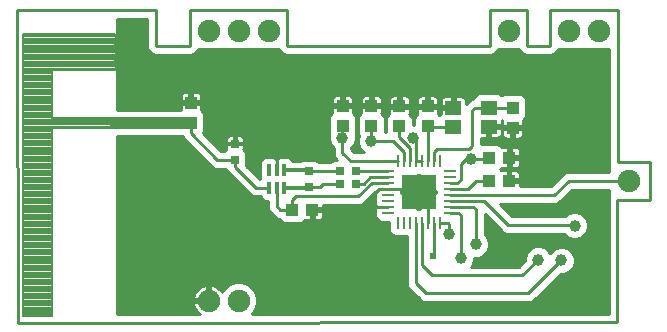
<source format=gtl>
G75*
G70*
%OFA0B0*%
%FSLAX24Y24*%
%IPPOS*%
%LPD*%
%AMOC8*
5,1,8,0,0,1.08239X$1,22.5*
%
%ADD10C,0.0100*%
%ADD11R,0.0394X0.0098*%
%ADD12R,0.0098X0.0394*%
%ADD13R,0.1181X0.1181*%
%ADD14R,0.0394X0.0433*%
%ADD15R,0.0433X0.0394*%
%ADD16R,0.0295X0.0276*%
%ADD17R,0.0276X0.0295*%
%ADD18R,0.0118X0.0394*%
%ADD19R,0.0236X0.0236*%
%ADD20C,0.0748*%
%ADD21R,0.0551X0.0453*%
%ADD22C,0.0098*%
%ADD23C,0.0394*%
%ADD24C,0.0118*%
%ADD25C,0.0079*%
%ADD26C,0.0394*%
D10*
X000160Y000159D02*
X000155Y010589D01*
X004780Y010589D01*
X004780Y009389D01*
X005905Y009389D01*
X005905Y010589D01*
X009155Y010585D01*
X009155Y009389D01*
X015905Y009389D01*
X015905Y010589D01*
X017155Y010589D01*
X017155Y009389D01*
X017905Y009389D01*
X017905Y010589D01*
X020166Y010589D01*
X020166Y005517D01*
X021229Y005517D01*
X021229Y004257D01*
X020156Y004257D01*
X020156Y000164D01*
X000160Y000159D01*
X014561Y004414D02*
X018055Y004414D01*
X018530Y004889D01*
X020530Y004889D01*
D11*
X014561Y004807D03*
X014561Y004611D03*
X014561Y004414D03*
X014561Y004217D03*
X014561Y004020D03*
X014561Y003823D03*
X014561Y005004D03*
X014561Y005201D03*
X012514Y005201D03*
X012514Y005004D03*
X012514Y004807D03*
X012514Y004611D03*
X012514Y004414D03*
X012514Y004217D03*
X012514Y004020D03*
X012514Y003823D03*
D12*
X012848Y003489D03*
X013045Y003489D03*
X013242Y003489D03*
X013439Y003489D03*
X013636Y003489D03*
X013832Y003489D03*
X014029Y003489D03*
X014226Y003489D03*
X014226Y005536D03*
X014029Y005536D03*
X013832Y005536D03*
X013636Y005536D03*
X013439Y005536D03*
X013242Y005536D03*
X013045Y005536D03*
X012848Y005536D03*
D13*
X013537Y004512D03*
D14*
X013832Y006698D03*
X013832Y007367D03*
X012883Y007371D03*
X012883Y006702D03*
X011950Y006714D03*
X011950Y007383D03*
X010993Y007387D03*
X010993Y006718D03*
X005941Y006811D03*
X005941Y007481D03*
X016661Y007321D03*
X016661Y006652D03*
D15*
X016551Y005661D03*
X015882Y005661D03*
X015873Y004895D03*
X016542Y004895D03*
X009992Y003920D03*
X009323Y003920D03*
D16*
X010916Y004780D03*
X010915Y005202D03*
X011446Y005202D03*
X011448Y004780D03*
D17*
X009868Y004668D03*
X009868Y005199D03*
X007406Y005590D03*
X007406Y006121D03*
D18*
X008545Y005229D03*
X008801Y005229D03*
X009057Y005229D03*
X009057Y004658D03*
X008801Y004658D03*
X008545Y004658D03*
D19*
X014025Y002366D03*
D20*
X007530Y000889D03*
X006530Y000889D03*
X006530Y009889D03*
X007530Y009889D03*
X008530Y009889D03*
X016530Y009889D03*
X018530Y009889D03*
X019530Y009889D03*
X020530Y004889D03*
D21*
X015871Y006694D03*
X015871Y007324D03*
X014690Y007324D03*
X014690Y006694D03*
D22*
X013835Y006694D01*
X013832Y006698D01*
X013832Y006697D01*
X013832Y005536D01*
X013636Y005536D02*
X013439Y005536D01*
X013439Y006221D01*
X013351Y006308D01*
X013242Y005981D02*
X012887Y006336D01*
X012887Y006698D01*
X012883Y006702D01*
X012879Y006698D01*
X012440Y006677D02*
X012393Y006677D01*
X012393Y006774D02*
X012440Y006774D01*
X012440Y006871D02*
X012393Y006871D01*
X012393Y006968D02*
X012440Y006968D01*
X012440Y006967D02*
X012440Y006505D01*
X012393Y006505D01*
X012393Y006979D01*
X012355Y007069D01*
X012292Y007133D01*
X012296Y007147D01*
X012296Y007334D01*
X011999Y007334D01*
X011999Y007432D01*
X012296Y007432D01*
X012296Y007619D01*
X012286Y007657D01*
X012266Y007691D01*
X012238Y007719D01*
X012204Y007738D01*
X012166Y007749D01*
X011999Y007749D01*
X011999Y007432D01*
X011900Y007432D01*
X011900Y007334D01*
X011604Y007334D01*
X011604Y007147D01*
X011607Y007133D01*
X011544Y007069D01*
X011507Y006979D01*
X011507Y006448D01*
X011538Y006373D01*
X011507Y006298D01*
X011507Y006122D01*
X011574Y005959D01*
X011699Y005835D01*
X011707Y005831D01*
X011384Y005831D01*
X011284Y005931D01*
X011284Y005993D01*
X011364Y006073D01*
X011432Y006236D01*
X011432Y006412D01*
X011426Y006427D01*
X011436Y006452D01*
X011436Y006983D01*
X011398Y007073D01*
X011335Y007137D01*
X011339Y007151D01*
X011339Y007338D01*
X011042Y007338D01*
X011042Y007436D01*
X010944Y007436D01*
X010944Y007753D01*
X010776Y007753D01*
X010739Y007742D01*
X010704Y007723D01*
X010677Y007695D01*
X010657Y007661D01*
X010647Y007623D01*
X010647Y007436D01*
X010944Y007436D01*
X010944Y007338D01*
X010647Y007338D01*
X010647Y007151D01*
X010651Y007137D01*
X010587Y007073D01*
X010550Y006983D01*
X010550Y006452D01*
X010556Y006437D01*
X010546Y006412D01*
X010546Y006236D01*
X010613Y006073D01*
X010694Y005993D01*
X010694Y005750D01*
X010739Y005641D01*
X010794Y005586D01*
X010718Y005586D01*
X010628Y005549D01*
X010577Y005497D01*
X010203Y005497D01*
X010145Y005555D01*
X010055Y005593D01*
X009681Y005593D01*
X009591Y005555D01*
X009569Y005534D01*
X009337Y005534D01*
X009324Y005565D01*
X009255Y005634D01*
X009165Y005672D01*
X008949Y005672D01*
X008858Y005634D01*
X008801Y005577D01*
X008743Y005634D01*
X008653Y005672D01*
X008437Y005672D01*
X008347Y005634D01*
X008277Y005565D01*
X008240Y005474D01*
X008240Y004983D01*
X008252Y004953D01*
X008231Y004953D01*
X007790Y005394D01*
X007790Y005787D01*
X007753Y005877D01*
X007689Y005940D01*
X007693Y005954D01*
X007693Y006102D01*
X007426Y006102D01*
X007426Y006141D01*
X007693Y006141D01*
X007693Y006289D01*
X010546Y006289D01*
X010546Y006386D02*
X007638Y006386D01*
X007636Y006388D02*
X007602Y006408D01*
X007564Y006418D01*
X007426Y006418D01*
X007426Y006141D01*
X007386Y006141D01*
X007386Y006102D01*
X007119Y006102D01*
X007119Y005954D01*
X007123Y005940D01*
X007068Y005885D01*
X006936Y005885D01*
X006352Y006469D01*
X006383Y006546D01*
X006383Y007077D01*
X006346Y007167D01*
X006283Y007230D01*
X006287Y007244D01*
X006287Y007431D01*
X005990Y007431D01*
X005990Y007530D01*
X005891Y007530D01*
X005891Y007431D01*
X005595Y007431D01*
X005595Y007253D01*
X004295Y007253D01*
X004290Y007255D01*
X003500Y007255D01*
X003490Y007255D01*
X003490Y010269D01*
X004480Y010269D01*
X004480Y009279D01*
X004505Y009279D01*
X004529Y009221D01*
X004613Y009138D01*
X004721Y009093D01*
X005846Y009093D01*
X005964Y009093D01*
X006073Y009138D01*
X006156Y009221D01*
X006180Y009279D01*
X006383Y009279D01*
X006407Y009269D01*
X006654Y009269D01*
X006678Y009279D01*
X007383Y009279D01*
X007407Y009269D01*
X007654Y009269D01*
X007678Y009279D01*
X008383Y009279D01*
X008407Y009269D01*
X008654Y009269D01*
X008678Y009279D01*
X008880Y009279D01*
X008904Y009221D01*
X008988Y009138D01*
X009096Y009093D01*
X009214Y009093D01*
X015964Y009093D01*
X016073Y009138D01*
X016156Y009221D01*
X016180Y009279D01*
X016383Y009279D01*
X016407Y009269D01*
X016654Y009269D01*
X016678Y009279D01*
X016880Y009279D01*
X016904Y009221D01*
X016988Y009138D01*
X017096Y009093D01*
X017214Y009093D01*
X017964Y009093D01*
X018073Y009138D01*
X018156Y009221D01*
X018180Y009279D01*
X018383Y009279D01*
X018407Y009269D01*
X018654Y009269D01*
X018678Y009279D01*
X019383Y009279D01*
X019407Y009269D01*
X019654Y009269D01*
X019678Y009279D01*
X019870Y009279D01*
X019870Y005458D01*
X019870Y005458D01*
X019870Y005185D01*
X018471Y005185D01*
X018363Y005140D01*
X018279Y005057D01*
X017932Y004710D01*
X016908Y004710D01*
X016908Y004846D01*
X016591Y004846D01*
X016591Y004944D01*
X016493Y004944D01*
X016493Y005241D01*
X016306Y005241D01*
X016292Y005237D01*
X016255Y005274D01*
X016301Y005319D01*
X016315Y005315D01*
X016502Y005315D01*
X016502Y005612D01*
X016600Y005612D01*
X016600Y005315D01*
X016787Y005315D01*
X016825Y005326D01*
X016859Y005345D01*
X016887Y005373D01*
X016907Y005407D01*
X016917Y005445D01*
X016917Y005612D01*
X016601Y005612D01*
X016601Y005711D01*
X016917Y005711D01*
X016917Y005878D01*
X016907Y005916D01*
X016887Y005950D01*
X016859Y005978D01*
X016825Y005997D01*
X016787Y006007D01*
X016600Y006007D01*
X016600Y005711D01*
X016502Y005711D01*
X016502Y006007D01*
X016315Y006007D01*
X016301Y006004D01*
X016238Y006067D01*
X016147Y006104D01*
X015616Y006104D01*
X015605Y006100D01*
X015605Y006118D01*
X015605Y006319D01*
X015822Y006319D01*
X015822Y006645D01*
X015920Y006645D01*
X015920Y006743D01*
X016296Y006743D01*
X016296Y006899D01*
X016308Y006912D01*
X016318Y006902D01*
X016314Y006888D01*
X016314Y006701D01*
X016611Y006701D01*
X016611Y006603D01*
X016314Y006603D01*
X016314Y006416D01*
X016325Y006378D01*
X016344Y006344D01*
X016372Y006316D01*
X016406Y006296D01*
X016444Y006286D01*
X016611Y006286D01*
X016611Y006602D01*
X016710Y006602D01*
X016710Y006286D01*
X016877Y006286D01*
X016915Y006296D01*
X016949Y006316D01*
X016977Y006344D01*
X016996Y006378D01*
X017007Y006416D01*
X017007Y006603D01*
X016710Y006603D01*
X016710Y006701D01*
X017007Y006701D01*
X017007Y006888D01*
X017003Y006902D01*
X017066Y006965D01*
X017103Y007056D01*
X017103Y007587D01*
X017066Y007677D01*
X016997Y007746D01*
X016906Y007784D01*
X016415Y007784D01*
X016324Y007746D01*
X016311Y007733D01*
X016286Y007759D01*
X016195Y007796D01*
X015546Y007796D01*
X015456Y007759D01*
X015387Y007690D01*
X015357Y007619D01*
X015336Y007619D01*
X015228Y007574D01*
X015145Y007491D01*
X015143Y007489D01*
X015114Y007461D01*
X015114Y007570D01*
X015104Y007608D01*
X015085Y007642D01*
X015057Y007670D01*
X015023Y007689D01*
X014985Y007700D01*
X014739Y007700D01*
X014739Y007373D01*
X014641Y007373D01*
X014641Y007700D01*
X014394Y007700D01*
X014356Y007689D01*
X014322Y007670D01*
X014295Y007642D01*
X014275Y007608D01*
X014265Y007570D01*
X014265Y007373D01*
X014640Y007373D01*
X014640Y007275D01*
X014265Y007275D01*
X014265Y007119D01*
X014218Y007073D01*
X014174Y007117D01*
X014178Y007131D01*
X014178Y007318D01*
X013881Y007318D01*
X013881Y007416D01*
X014178Y007416D01*
X014178Y007603D01*
X014167Y007641D01*
X014148Y007675D01*
X014120Y007703D01*
X014086Y007723D01*
X014048Y007733D01*
X013881Y007733D01*
X013881Y007416D01*
X013782Y007416D01*
X013782Y007318D01*
X013485Y007318D01*
X013485Y007131D01*
X013489Y007117D01*
X013426Y007054D01*
X013389Y006963D01*
X013389Y006751D01*
X013326Y006751D01*
X013326Y006967D01*
X013288Y007058D01*
X013225Y007121D01*
X013229Y007135D01*
X013229Y007322D01*
X012932Y007322D01*
X012932Y007420D01*
X013229Y007420D01*
X013229Y007607D01*
X013219Y007645D01*
X013199Y007679D01*
X013171Y007707D01*
X013137Y007727D01*
X013099Y007737D01*
X012932Y007737D01*
X012932Y007420D01*
X012834Y007420D01*
X012834Y007737D01*
X012666Y007737D01*
X012628Y007727D01*
X012594Y007707D01*
X012566Y007679D01*
X012547Y007645D01*
X012537Y007607D01*
X012537Y007420D01*
X012833Y007420D01*
X012833Y007322D01*
X012537Y007322D01*
X012537Y007135D01*
X012540Y007121D01*
X012477Y007058D01*
X012440Y006967D01*
X012484Y007065D02*
X012357Y007065D01*
X012296Y007162D02*
X012537Y007162D01*
X012537Y007259D02*
X012296Y007259D01*
X012296Y007453D02*
X012537Y007453D01*
X012537Y007550D02*
X012296Y007550D01*
X012288Y007647D02*
X012548Y007647D01*
X012834Y007647D02*
X012932Y007647D01*
X012932Y007550D02*
X012834Y007550D01*
X012834Y007453D02*
X012932Y007453D01*
X012932Y007356D02*
X013782Y007356D01*
X013782Y007416D02*
X013485Y007416D01*
X013485Y007603D01*
X013496Y007641D01*
X013515Y007675D01*
X013543Y007703D01*
X013577Y007723D01*
X013615Y007733D01*
X013782Y007733D01*
X013782Y007416D01*
X013782Y007453D02*
X013881Y007453D01*
X013881Y007550D02*
X013782Y007550D01*
X013782Y007647D02*
X013881Y007647D01*
X014164Y007647D02*
X014299Y007647D01*
X014265Y007550D02*
X014178Y007550D01*
X014178Y007453D02*
X014265Y007453D01*
X014265Y007259D02*
X014178Y007259D01*
X014178Y007162D02*
X014265Y007162D01*
X014640Y007356D02*
X013881Y007356D01*
X013485Y007453D02*
X013229Y007453D01*
X013229Y007550D02*
X013485Y007550D01*
X013499Y007647D02*
X013218Y007647D01*
X013229Y007259D02*
X013485Y007259D01*
X013485Y007162D02*
X013229Y007162D01*
X013281Y007065D02*
X013437Y007065D01*
X013391Y006968D02*
X013325Y006968D01*
X013326Y006871D02*
X013389Y006871D01*
X013389Y006774D02*
X013326Y006774D01*
X012833Y007356D02*
X011999Y007356D01*
X011999Y007453D02*
X011900Y007453D01*
X011900Y007432D02*
X011900Y007749D01*
X011733Y007749D01*
X011695Y007738D01*
X011661Y007719D01*
X011633Y007691D01*
X011614Y007657D01*
X011604Y007619D01*
X011604Y007432D01*
X011900Y007432D01*
X011900Y007356D02*
X011042Y007356D01*
X010997Y007383D02*
X010993Y007387D01*
X010944Y007356D02*
X006287Y007356D01*
X006287Y007259D02*
X010647Y007259D01*
X010647Y007162D02*
X006348Y007162D01*
X006383Y007065D02*
X010584Y007065D01*
X010550Y006968D02*
X006383Y006968D01*
X006383Y006871D02*
X010550Y006871D01*
X010550Y006774D02*
X006383Y006774D01*
X006383Y006677D02*
X010550Y006677D01*
X010550Y006580D02*
X006383Y006580D01*
X006357Y006483D02*
X010550Y006483D01*
X010564Y006192D02*
X007693Y006192D01*
X007693Y006289D02*
X007683Y006326D01*
X007663Y006361D01*
X007636Y006388D01*
X007426Y006386D02*
X007386Y006386D01*
X007386Y006418D02*
X007249Y006418D01*
X007211Y006408D01*
X007177Y006388D01*
X007149Y006361D01*
X007129Y006326D01*
X007119Y006289D01*
X006532Y006289D01*
X006435Y006386D02*
X007174Y006386D01*
X007119Y006289D02*
X007119Y006141D01*
X007386Y006141D01*
X007386Y006418D01*
X007386Y006289D02*
X007426Y006289D01*
X007426Y006192D02*
X007386Y006192D01*
X007412Y006127D02*
X007406Y006121D01*
X007412Y006127D02*
X008638Y006127D01*
X008801Y005964D01*
X008801Y005229D01*
X008767Y005610D02*
X008835Y005610D01*
X009279Y005610D02*
X010769Y005610D01*
X010711Y005707D02*
X007790Y005707D01*
X007790Y005610D02*
X008323Y005610D01*
X008256Y005513D02*
X007790Y005513D01*
X007790Y005416D02*
X008240Y005416D01*
X008240Y005319D02*
X007864Y005319D01*
X007961Y005222D02*
X008240Y005222D01*
X008240Y005125D02*
X008058Y005125D01*
X008155Y005028D02*
X008240Y005028D01*
X008108Y004658D02*
X007409Y005357D01*
X007409Y005587D01*
X007406Y005590D01*
X006814Y005590D01*
X005938Y006466D01*
X005938Y006808D01*
X005941Y006811D01*
X005940Y006810D01*
X005661Y006363D02*
X005687Y006299D01*
X006646Y005340D01*
X006755Y005295D01*
X006872Y005295D01*
X007068Y005295D01*
X007129Y005234D01*
X007143Y005228D01*
X007159Y005190D01*
X007242Y005107D01*
X007941Y004408D01*
X008049Y004363D01*
X008167Y004363D01*
X008260Y004363D01*
X008277Y004322D01*
X008347Y004252D01*
X008437Y004215D01*
X008506Y004215D01*
X008506Y004103D01*
X008502Y004094D01*
X008502Y003976D01*
X008547Y003868D01*
X008630Y003785D01*
X008665Y003750D01*
X008748Y003667D01*
X008856Y003622D01*
X008882Y003622D01*
X008898Y003584D01*
X008967Y003515D01*
X009057Y003477D01*
X009588Y003477D01*
X009679Y003515D01*
X009742Y003578D01*
X009756Y003574D01*
X009943Y003574D01*
X009943Y003871D01*
X010041Y003871D01*
X010041Y003574D01*
X010228Y003574D01*
X010266Y003584D01*
X010300Y003604D01*
X010328Y003632D01*
X010348Y003666D01*
X010358Y003704D01*
X010358Y003871D01*
X010042Y003871D01*
X010042Y003969D01*
X010358Y003969D01*
X010358Y004072D01*
X011583Y004072D01*
X011692Y004117D01*
X011775Y004200D01*
X012071Y004496D01*
X012071Y004316D01*
X012071Y004315D01*
X012071Y004315D01*
X012071Y004119D01*
X012108Y004028D01*
X012116Y004020D01*
X012108Y004012D01*
X012071Y003921D01*
X012071Y003725D01*
X012108Y003635D01*
X012177Y003565D01*
X012268Y003528D01*
X012553Y003528D01*
X012553Y003243D01*
X012590Y003152D01*
X012660Y003083D01*
X012750Y003046D01*
X012946Y003046D01*
X012947Y003046D01*
X013143Y003046D01*
X013143Y003046D01*
X013143Y001539D01*
X013143Y001422D01*
X013188Y001313D01*
X013530Y000972D01*
X013613Y000889D01*
X013721Y000844D01*
X017131Y000844D01*
X017248Y000844D01*
X017357Y000889D01*
X018259Y001791D01*
X018372Y001791D01*
X018535Y001858D01*
X018660Y001983D01*
X018727Y002145D01*
X018727Y002322D01*
X018660Y002484D01*
X018535Y002609D01*
X018372Y002676D01*
X018196Y002676D01*
X018033Y002609D01*
X017909Y002484D01*
X017904Y002473D01*
X017888Y002512D01*
X017763Y002637D01*
X017601Y002704D01*
X017424Y002704D01*
X017262Y002637D01*
X017137Y002512D01*
X017070Y002349D01*
X017070Y002236D01*
X016859Y002025D01*
X015288Y002025D01*
X015317Y002054D01*
X015385Y002216D01*
X017050Y002216D01*
X017070Y002313D02*
X015385Y002313D01*
X015385Y002322D02*
X015526Y002322D01*
X015689Y002390D01*
X015813Y002514D01*
X015881Y002677D01*
X015881Y002853D01*
X015813Y003016D01*
X015733Y003096D01*
X015733Y003777D01*
X016270Y003240D01*
X016353Y003157D01*
X016461Y003112D01*
X018378Y003112D01*
X018476Y003014D01*
X018639Y002946D01*
X018815Y002946D01*
X018978Y003014D01*
X019103Y003138D01*
X019170Y003301D01*
X019170Y003477D01*
X019860Y003477D01*
X019860Y003574D02*
X019130Y003574D01*
X019103Y003640D02*
X019170Y003477D01*
X019170Y003380D02*
X019860Y003380D01*
X019860Y003283D02*
X019163Y003283D01*
X019122Y003186D02*
X019860Y003186D01*
X019860Y003089D02*
X019054Y003089D01*
X018926Y002992D02*
X019860Y002992D01*
X019860Y002895D02*
X015863Y002895D01*
X015881Y002798D02*
X019860Y002798D01*
X019860Y002701D02*
X017607Y002701D01*
X017418Y002701D02*
X015881Y002701D01*
X015850Y002604D02*
X017229Y002604D01*
X017135Y002507D02*
X015806Y002507D01*
X015709Y002410D02*
X017095Y002410D01*
X016953Y002119D02*
X015344Y002119D01*
X015385Y002216D02*
X015385Y002322D01*
X015438Y002765D02*
X015438Y003930D01*
X015348Y004020D01*
X014561Y004020D01*
X014561Y003823D02*
X014852Y003823D01*
X014934Y003741D01*
X014934Y002312D01*
X014942Y002304D01*
X014552Y003100D02*
X014552Y003430D01*
X014494Y003489D01*
X014226Y003489D01*
X014029Y003489D02*
X014029Y002370D01*
X014025Y002366D01*
X013636Y002079D02*
X013985Y001730D01*
X016981Y001730D01*
X017513Y002261D01*
X017796Y002604D02*
X018028Y002604D01*
X017931Y002507D02*
X017890Y002507D01*
X018284Y002234D02*
X017190Y001139D01*
X013780Y001139D01*
X013439Y001481D01*
X013439Y003489D01*
X013636Y003489D02*
X013636Y002079D01*
X013143Y002119D02*
X003490Y002119D01*
X003490Y002022D02*
X013143Y002022D01*
X013143Y001925D02*
X003490Y001925D01*
X003490Y001829D02*
X013143Y001829D01*
X013143Y001732D02*
X003490Y001732D01*
X003490Y001635D02*
X013143Y001635D01*
X013143Y001538D02*
X003490Y001538D01*
X003490Y001441D02*
X007241Y001441D01*
X007179Y001415D02*
X007005Y001240D01*
X006974Y001168D01*
X006929Y001230D01*
X006871Y001288D01*
X006804Y001337D01*
X006731Y001374D01*
X006653Y001399D01*
X006579Y001411D01*
X006579Y000939D01*
X006481Y000939D01*
X006481Y001411D01*
X006408Y001399D01*
X006329Y001374D01*
X006256Y001337D01*
X006189Y001288D01*
X006131Y001230D01*
X006083Y001163D01*
X006045Y001090D01*
X006020Y001012D01*
X006008Y000938D01*
X006481Y000938D01*
X006481Y000840D01*
X006008Y000840D01*
X006020Y000767D01*
X006045Y000688D01*
X006083Y000615D01*
X006131Y000548D01*
X006189Y000490D01*
X006235Y000457D01*
X003490Y000456D01*
X003490Y006367D01*
X003498Y006367D01*
X005650Y006367D01*
X005661Y006363D01*
X005697Y006289D02*
X003490Y006289D01*
X003490Y006192D02*
X005794Y006192D01*
X005891Y006095D02*
X003490Y006095D01*
X003490Y005998D02*
X005988Y005998D01*
X006085Y005901D02*
X003490Y005901D01*
X003490Y005804D02*
X006182Y005804D01*
X006279Y005707D02*
X003490Y005707D01*
X003490Y005610D02*
X006376Y005610D01*
X006473Y005513D02*
X003490Y005513D01*
X003490Y005416D02*
X006570Y005416D01*
X006695Y005319D02*
X003490Y005319D01*
X003490Y005222D02*
X007145Y005222D01*
X007223Y005125D02*
X003490Y005125D01*
X003490Y005028D02*
X007320Y005028D01*
X007417Y004931D02*
X003490Y004931D01*
X003490Y004835D02*
X007514Y004835D01*
X007611Y004738D02*
X003490Y004738D01*
X003490Y004641D02*
X007708Y004641D01*
X007805Y004544D02*
X003490Y004544D01*
X003490Y004447D02*
X007902Y004447D01*
X008108Y004658D02*
X008545Y004658D01*
X008801Y004658D02*
X008801Y004039D01*
X008797Y004035D01*
X008915Y003917D01*
X009320Y003917D01*
X009323Y003920D01*
X009320Y003923D01*
X009320Y004245D01*
X009442Y004367D01*
X011524Y004367D01*
X011964Y004807D01*
X012514Y004807D01*
X012514Y004611D02*
X012212Y004611D01*
X012056Y004454D01*
X012056Y004112D01*
X012146Y004021D01*
X012513Y004021D01*
X012514Y004020D01*
X012095Y004059D02*
X010358Y004059D01*
X010358Y003865D02*
X012071Y003865D01*
X012071Y003768D02*
X010358Y003768D01*
X010349Y003671D02*
X012093Y003671D01*
X012169Y003574D02*
X009738Y003574D01*
X009943Y003671D02*
X010041Y003671D01*
X010041Y003768D02*
X009943Y003768D01*
X009943Y003865D02*
X010041Y003865D01*
X010042Y003962D02*
X012087Y003962D01*
X012071Y004156D02*
X011730Y004156D01*
X011827Y004253D02*
X012071Y004253D01*
X012071Y004350D02*
X011924Y004350D01*
X012021Y004447D02*
X012071Y004447D01*
X011694Y004777D02*
X011451Y004777D01*
X011448Y004780D01*
X011694Y004777D02*
X011921Y005004D01*
X012514Y005004D01*
X012514Y005201D02*
X011447Y005201D01*
X011446Y005202D01*
X011262Y005536D02*
X010989Y005808D01*
X010989Y006324D01*
X010989Y006713D01*
X010993Y006718D01*
X011339Y007162D02*
X011604Y007162D01*
X011604Y007259D02*
X011339Y007259D01*
X011339Y007436D02*
X011339Y007623D01*
X011329Y007661D01*
X011309Y007695D01*
X011281Y007723D01*
X011247Y007742D01*
X011209Y007753D01*
X011042Y007753D01*
X011042Y007436D01*
X011339Y007436D01*
X011339Y007453D02*
X011604Y007453D01*
X011604Y007550D02*
X011339Y007550D01*
X011333Y007647D02*
X011611Y007647D01*
X011714Y007744D02*
X011243Y007744D01*
X011042Y007744D02*
X010944Y007744D01*
X010944Y007647D02*
X011042Y007647D01*
X011042Y007550D02*
X010944Y007550D01*
X010944Y007453D02*
X011042Y007453D01*
X010647Y007453D02*
X005990Y007453D01*
X005990Y007530D02*
X006287Y007530D01*
X006287Y007717D01*
X006276Y007755D01*
X006257Y007789D01*
X006229Y007816D01*
X006195Y007836D01*
X006157Y007846D01*
X005990Y007846D01*
X005990Y007530D01*
X005990Y007550D02*
X005891Y007550D01*
X005891Y007530D02*
X005891Y007846D01*
X005724Y007846D01*
X005686Y007836D01*
X005652Y007816D01*
X005624Y007789D01*
X005605Y007755D01*
X005595Y007717D01*
X005595Y007530D01*
X005891Y007530D01*
X005891Y007453D02*
X003490Y007453D01*
X003490Y007550D02*
X005595Y007550D01*
X005595Y007647D02*
X003490Y007647D01*
X003490Y007744D02*
X005602Y007744D01*
X005703Y007841D02*
X003490Y007841D01*
X003490Y007938D02*
X019870Y007938D01*
X019870Y008034D02*
X003490Y008034D01*
X003490Y008131D02*
X019870Y008131D01*
X019870Y008228D02*
X003490Y008228D01*
X003490Y008325D02*
X019870Y008325D01*
X019870Y008422D02*
X003490Y008422D01*
X003490Y008519D02*
X019870Y008519D01*
X019870Y008616D02*
X003490Y008616D01*
X003490Y008713D02*
X019870Y008713D01*
X019870Y008810D02*
X003490Y008810D01*
X003490Y008907D02*
X019870Y008907D01*
X019870Y009004D02*
X003490Y009004D01*
X003490Y009101D02*
X004702Y009101D01*
X004553Y009198D02*
X003490Y009198D01*
X003490Y009295D02*
X004480Y009295D01*
X004480Y009392D02*
X003490Y009392D01*
X003490Y009489D02*
X004480Y009489D01*
X004480Y009586D02*
X003490Y009586D01*
X003490Y009683D02*
X004480Y009683D01*
X004480Y009780D02*
X003490Y009780D01*
X003490Y009877D02*
X004480Y009877D01*
X004480Y009974D02*
X003490Y009974D01*
X003490Y010071D02*
X004480Y010071D01*
X004480Y010168D02*
X003490Y010168D01*
X003490Y010265D02*
X004480Y010265D01*
X005984Y009101D02*
X009077Y009101D01*
X008928Y009198D02*
X006133Y009198D01*
X006178Y007841D02*
X019870Y007841D01*
X019870Y007744D02*
X016999Y007744D01*
X017079Y007647D02*
X019870Y007647D01*
X019870Y007550D02*
X017103Y007550D01*
X017103Y007453D02*
X019870Y007453D01*
X019870Y007356D02*
X017103Y007356D01*
X017103Y007259D02*
X019870Y007259D01*
X019870Y007162D02*
X017103Y007162D01*
X017103Y007065D02*
X019870Y007065D01*
X019870Y006968D02*
X017067Y006968D01*
X017007Y006871D02*
X019870Y006871D01*
X019870Y006774D02*
X017007Y006774D01*
X017007Y006580D02*
X019870Y006580D01*
X019870Y006677D02*
X016710Y006677D01*
X016710Y006580D02*
X016611Y006580D01*
X016611Y006677D02*
X015920Y006677D01*
X015920Y006645D02*
X016296Y006645D01*
X016296Y006448D01*
X016285Y006410D01*
X016266Y006376D01*
X016238Y006348D01*
X016204Y006329D01*
X016166Y006319D01*
X015920Y006319D01*
X015920Y006645D01*
X015920Y006580D02*
X015822Y006580D01*
X015822Y006483D02*
X015920Y006483D01*
X015920Y006386D02*
X015822Y006386D01*
X015605Y006289D02*
X016433Y006289D01*
X016322Y006386D02*
X016271Y006386D01*
X016296Y006483D02*
X016314Y006483D01*
X016314Y006580D02*
X016296Y006580D01*
X016296Y006774D02*
X016314Y006774D01*
X016314Y006871D02*
X016296Y006871D01*
X016611Y006483D02*
X016710Y006483D01*
X016710Y006386D02*
X016611Y006386D01*
X016611Y006289D02*
X016710Y006289D01*
X016888Y006289D02*
X019870Y006289D01*
X019870Y006192D02*
X015605Y006192D01*
X015310Y006059D02*
X015200Y005949D01*
X014130Y005949D01*
X014029Y005848D01*
X014029Y005536D01*
X013586Y005093D02*
X013586Y004561D01*
X014118Y004561D01*
X014118Y004512D01*
X014118Y004512D01*
X014118Y004512D01*
X014118Y004463D01*
X013586Y004463D01*
X013586Y003931D01*
X013537Y003931D01*
X013537Y003931D01*
X013537Y003931D01*
X013488Y003931D01*
X013488Y004463D01*
X013586Y004463D01*
X013586Y004561D01*
X013488Y004561D01*
X013488Y004463D01*
X012956Y004463D01*
X012956Y004512D01*
X012936Y004561D01*
X013488Y004561D01*
X013488Y005093D01*
X013537Y005093D01*
X013537Y005093D01*
X013537Y005093D01*
X013586Y005093D01*
X013586Y005028D02*
X013488Y005028D01*
X013488Y004931D02*
X013586Y004931D01*
X013586Y004835D02*
X013488Y004835D01*
X013488Y004738D02*
X013586Y004738D01*
X013586Y004641D02*
X013488Y004641D01*
X013439Y004611D02*
X013537Y004512D01*
X013832Y004217D01*
X013832Y003489D01*
X013586Y003962D02*
X013488Y003962D01*
X013488Y004059D02*
X013586Y004059D01*
X013586Y004156D02*
X013488Y004156D01*
X013488Y004253D02*
X013586Y004253D01*
X013586Y004350D02*
X013488Y004350D01*
X013488Y004447D02*
X013586Y004447D01*
X013586Y004544D02*
X014118Y004544D01*
X014561Y004611D02*
X015169Y004611D01*
X015453Y004895D01*
X015873Y004895D01*
X015873Y004895D01*
X015710Y004217D02*
X016520Y003407D01*
X018709Y003407D01*
X018727Y003389D01*
X018414Y003702D02*
X016643Y003702D01*
X016227Y004118D01*
X017996Y004118D01*
X018114Y004118D01*
X018223Y004163D01*
X018653Y004593D01*
X019870Y004593D01*
X019870Y004340D01*
X019860Y004316D01*
X019860Y000460D01*
X007975Y000457D01*
X008056Y000538D01*
X008150Y000766D01*
X008150Y001012D01*
X008056Y001240D01*
X007881Y001415D01*
X007654Y001509D01*
X007407Y001509D01*
X007179Y001415D01*
X007108Y001344D02*
X006791Y001344D01*
X006913Y001247D02*
X007011Y001247D01*
X006579Y001247D02*
X006481Y001247D01*
X006481Y001344D02*
X006579Y001344D01*
X006579Y001150D02*
X006481Y001150D01*
X006481Y001053D02*
X006579Y001053D01*
X006579Y000956D02*
X006481Y000956D01*
X006481Y000859D02*
X003490Y000859D01*
X003490Y000956D02*
X006011Y000956D01*
X006033Y001053D02*
X003490Y001053D01*
X003490Y001150D02*
X006076Y001150D01*
X006148Y001247D02*
X003490Y001247D01*
X003490Y001344D02*
X006270Y001344D01*
X006021Y000762D02*
X003490Y000762D01*
X003490Y000665D02*
X006057Y000665D01*
X006117Y000568D02*
X003490Y000568D01*
X003490Y000471D02*
X006216Y000471D01*
X007819Y001441D02*
X013143Y001441D01*
X013176Y001344D02*
X007953Y001344D01*
X008050Y001247D02*
X013255Y001247D01*
X013352Y001150D02*
X008093Y001150D01*
X008134Y001053D02*
X013449Y001053D01*
X013546Y000956D02*
X008150Y000956D01*
X008150Y000859D02*
X013685Y000859D01*
X013143Y002216D02*
X003490Y002216D01*
X003490Y002313D02*
X013143Y002313D01*
X013143Y002410D02*
X003490Y002410D01*
X003490Y002507D02*
X013143Y002507D01*
X013143Y002604D02*
X003490Y002604D01*
X003490Y002701D02*
X013143Y002701D01*
X013143Y002798D02*
X003490Y002798D01*
X003490Y002895D02*
X013143Y002895D01*
X013143Y002992D02*
X003490Y002992D01*
X003490Y003089D02*
X012654Y003089D01*
X012576Y003186D02*
X003490Y003186D01*
X003490Y003283D02*
X012553Y003283D01*
X012553Y003380D02*
X003490Y003380D01*
X003490Y003477D02*
X012553Y003477D01*
X012947Y003046D02*
X012947Y003046D01*
X012943Y004544D02*
X013488Y004544D01*
X013146Y004612D02*
X013145Y004611D01*
X012514Y004611D01*
X012848Y005536D02*
X011262Y005536D01*
X010915Y005202D02*
X009871Y005202D01*
X009855Y005202D01*
X009828Y005229D01*
X009871Y005202D02*
X009868Y005199D01*
X010187Y005513D02*
X010593Y005513D01*
X010694Y005804D02*
X007783Y005804D01*
X007729Y005901D02*
X010694Y005901D01*
X010689Y005998D02*
X007693Y005998D01*
X007693Y006095D02*
X010604Y006095D01*
X011289Y005998D02*
X011558Y005998D01*
X011518Y006095D02*
X011373Y006095D01*
X011414Y006192D02*
X011507Y006192D01*
X011507Y006289D02*
X011432Y006289D01*
X011432Y006386D02*
X011532Y006386D01*
X011507Y006483D02*
X011436Y006483D01*
X011436Y006580D02*
X011507Y006580D01*
X011507Y006677D02*
X011436Y006677D01*
X011436Y006774D02*
X011507Y006774D01*
X011507Y006871D02*
X011436Y006871D01*
X011436Y006968D02*
X011507Y006968D01*
X011542Y007065D02*
X011402Y007065D01*
X011950Y006714D02*
X011950Y006210D01*
X011950Y006210D01*
X012666Y006210D01*
X013045Y005831D01*
X013045Y005536D01*
X013242Y005536D02*
X013242Y005981D01*
X012440Y006580D02*
X012393Y006580D01*
X011632Y005901D02*
X011314Y005901D01*
X010916Y004780D02*
X010346Y004780D01*
X010233Y004667D01*
X009869Y004667D01*
X009868Y004668D01*
X009819Y004668D01*
X009809Y004658D01*
X009868Y004668D02*
X009901Y004634D01*
X008908Y003574D02*
X003490Y003574D01*
X003490Y003671D02*
X008743Y003671D01*
X008646Y003768D02*
X003490Y003768D01*
X003490Y003865D02*
X008550Y003865D01*
X008508Y003962D02*
X003490Y003962D01*
X003490Y004059D02*
X008502Y004059D01*
X008506Y004156D02*
X003490Y004156D01*
X003490Y004253D02*
X008346Y004253D01*
X008266Y004350D02*
X003490Y004350D01*
X003490Y007259D02*
X005595Y007259D01*
X005595Y007356D02*
X003490Y007356D01*
X005891Y007647D02*
X005990Y007647D01*
X005990Y007744D02*
X005891Y007744D01*
X005891Y007841D02*
X005990Y007841D01*
X006279Y007744D02*
X010743Y007744D01*
X010653Y007647D02*
X006287Y007647D01*
X006287Y007550D02*
X010647Y007550D01*
X011900Y007550D02*
X011999Y007550D01*
X011999Y007647D02*
X011900Y007647D01*
X011900Y007744D02*
X011999Y007744D01*
X012185Y007744D02*
X015440Y007744D01*
X015369Y007647D02*
X015080Y007647D01*
X015114Y007550D02*
X015203Y007550D01*
X015145Y007491D02*
X015145Y007491D01*
X015143Y007489D02*
X015143Y007489D01*
X015310Y007239D02*
X015310Y006059D01*
X015284Y005616D02*
X015119Y005616D01*
X014938Y005434D01*
X014938Y004927D01*
X014819Y004807D01*
X014561Y004807D01*
X014561Y004217D02*
X015710Y004217D01*
X015733Y003768D02*
X015742Y003768D01*
X015733Y003671D02*
X015839Y003671D01*
X015936Y003574D02*
X015733Y003574D01*
X015733Y003477D02*
X016033Y003477D01*
X016130Y003380D02*
X015733Y003380D01*
X015733Y003283D02*
X016227Y003283D01*
X016324Y003186D02*
X015733Y003186D01*
X015740Y003089D02*
X018401Y003089D01*
X018528Y002992D02*
X015823Y002992D01*
X016577Y003768D02*
X018484Y003768D01*
X018476Y003765D02*
X018414Y003702D01*
X018476Y003765D02*
X018639Y003832D01*
X018815Y003832D01*
X018978Y003765D01*
X019103Y003640D01*
X019072Y003671D02*
X019860Y003671D01*
X019860Y003768D02*
X018970Y003768D01*
X018409Y004350D02*
X019870Y004350D01*
X019870Y004447D02*
X018506Y004447D01*
X018603Y004544D02*
X019870Y004544D01*
X019860Y004253D02*
X018312Y004253D01*
X018206Y004156D02*
X019860Y004156D01*
X019860Y004059D02*
X016286Y004059D01*
X016383Y003962D02*
X019860Y003962D01*
X019860Y003865D02*
X016480Y003865D01*
X016908Y004738D02*
X017960Y004738D01*
X018057Y004835D02*
X016908Y004835D01*
X016908Y004944D02*
X016908Y005111D01*
X016898Y005149D01*
X016878Y005183D01*
X016850Y005211D01*
X016816Y005231D01*
X016778Y005241D01*
X016591Y005241D01*
X016591Y004944D01*
X016908Y004944D01*
X016908Y005028D02*
X018251Y005028D01*
X018154Y004931D02*
X016591Y004931D01*
X016591Y005028D02*
X016493Y005028D01*
X016493Y005125D02*
X016591Y005125D01*
X016591Y005222D02*
X016493Y005222D01*
X016502Y005319D02*
X016600Y005319D01*
X016600Y005416D02*
X016502Y005416D01*
X016502Y005513D02*
X016600Y005513D01*
X016600Y005610D02*
X016502Y005610D01*
X016601Y005707D02*
X019870Y005707D01*
X019870Y005610D02*
X016917Y005610D01*
X016917Y005513D02*
X019870Y005513D01*
X019870Y005416D02*
X016909Y005416D01*
X016802Y005319D02*
X019870Y005319D01*
X019870Y005222D02*
X016831Y005222D01*
X016904Y005125D02*
X018348Y005125D01*
X016999Y006386D02*
X019870Y006386D01*
X019870Y006483D02*
X017007Y006483D01*
X016822Y005998D02*
X019870Y005998D01*
X019870Y005901D02*
X016911Y005901D01*
X016917Y005804D02*
X019870Y005804D01*
X019870Y006095D02*
X016170Y006095D01*
X016502Y005998D02*
X016600Y005998D01*
X016600Y005901D02*
X016502Y005901D01*
X016502Y005804D02*
X016600Y005804D01*
X015882Y005661D02*
X015836Y005616D01*
X015284Y005616D01*
X015879Y005659D02*
X015882Y005661D01*
X015874Y007321D02*
X015871Y007324D01*
X015395Y007324D01*
X015310Y007239D01*
X015874Y007321D02*
X016661Y007321D01*
X016322Y007744D02*
X016301Y007744D01*
X015984Y009101D02*
X017077Y009101D01*
X016928Y009198D02*
X016133Y009198D01*
X014739Y007647D02*
X014641Y007647D01*
X014641Y007550D02*
X014739Y007550D01*
X014739Y007453D02*
X014641Y007453D01*
X017984Y009101D02*
X019870Y009101D01*
X019870Y009198D02*
X018133Y009198D01*
X018540Y002604D02*
X019860Y002604D01*
X019860Y002507D02*
X018637Y002507D01*
X018690Y002410D02*
X019860Y002410D01*
X019860Y002313D02*
X018727Y002313D01*
X018727Y002216D02*
X019860Y002216D01*
X019860Y002119D02*
X018716Y002119D01*
X018676Y002022D02*
X019860Y002022D01*
X019860Y001925D02*
X018602Y001925D01*
X018463Y001829D02*
X019860Y001829D01*
X019860Y001732D02*
X018200Y001732D01*
X018103Y001635D02*
X019860Y001635D01*
X019860Y001538D02*
X018006Y001538D01*
X017909Y001441D02*
X019860Y001441D01*
X019860Y001344D02*
X017812Y001344D01*
X017715Y001247D02*
X019860Y001247D01*
X019860Y001150D02*
X017618Y001150D01*
X017521Y001053D02*
X019860Y001053D01*
X019860Y000956D02*
X017424Y000956D01*
X017285Y000859D02*
X019860Y000859D01*
X019860Y000762D02*
X008149Y000762D01*
X008108Y000665D02*
X019860Y000665D01*
X019860Y000568D02*
X008068Y000568D01*
X007989Y000471D02*
X019860Y000471D01*
X008630Y003785D02*
X008630Y003785D01*
X007084Y005901D02*
X006920Y005901D01*
X006823Y005998D02*
X007119Y005998D01*
X007119Y006095D02*
X006726Y006095D01*
X006629Y006192D02*
X007119Y006192D01*
D23*
X006998Y008811D03*
X008072Y008827D03*
X010989Y006324D03*
X011950Y006210D03*
X013351Y006308D03*
X013530Y004514D03*
X014552Y003100D03*
X014942Y002304D03*
X015438Y002765D03*
X017513Y002261D03*
X018284Y002234D03*
X018727Y003389D03*
X019348Y005689D03*
X015284Y005616D03*
X014742Y008350D03*
X004201Y006812D03*
X003795Y006021D03*
X003783Y005501D03*
X003795Y004958D03*
X003783Y004427D03*
X003779Y003823D03*
X003757Y003222D03*
X003709Y007705D03*
X003722Y008252D03*
X003734Y008804D03*
X003734Y009311D03*
X003742Y009835D03*
D24*
X009057Y005229D02*
X009828Y005229D01*
X009809Y004658D02*
X009057Y004658D01*
D25*
X003410Y006653D02*
X001324Y006653D01*
X001324Y000393D01*
X000349Y000393D01*
X000345Y009763D01*
X003408Y009763D01*
X003457Y009645D01*
X003510Y009591D01*
X003510Y009563D01*
X003449Y009502D01*
X003398Y009378D01*
X003398Y009245D01*
X003449Y009121D01*
X003510Y009060D01*
X003510Y009055D01*
X003449Y008994D01*
X003398Y008871D01*
X003398Y008737D01*
X003449Y008613D01*
X003480Y008582D01*
X001324Y008582D01*
X001324Y006988D01*
X003410Y006988D01*
X003410Y006653D01*
X003410Y006690D02*
X000346Y006690D01*
X000346Y006613D02*
X001324Y006613D01*
X001324Y006536D02*
X000347Y006536D01*
X000347Y006458D02*
X001324Y006458D01*
X001324Y006381D02*
X000347Y006381D01*
X000347Y006304D02*
X001324Y006304D01*
X001324Y006226D02*
X000347Y006226D01*
X000347Y006149D02*
X001324Y006149D01*
X001324Y006072D02*
X000347Y006072D01*
X000347Y005995D02*
X001324Y005995D01*
X001324Y005917D02*
X000347Y005917D01*
X000347Y005840D02*
X001324Y005840D01*
X001324Y005763D02*
X000347Y005763D01*
X000347Y005685D02*
X001324Y005685D01*
X001324Y005608D02*
X000347Y005608D01*
X000347Y005531D02*
X001324Y005531D01*
X001324Y005454D02*
X000347Y005454D01*
X000347Y005376D02*
X001324Y005376D01*
X001324Y005299D02*
X000347Y005299D01*
X000347Y005222D02*
X001324Y005222D01*
X001324Y005144D02*
X000347Y005144D01*
X000347Y005067D02*
X001324Y005067D01*
X001324Y004990D02*
X000347Y004990D01*
X000347Y004913D02*
X001324Y004913D01*
X001324Y004835D02*
X000347Y004835D01*
X000347Y004758D02*
X001324Y004758D01*
X001324Y004681D02*
X000347Y004681D01*
X000347Y004603D02*
X001324Y004603D01*
X001324Y004526D02*
X000347Y004526D01*
X000348Y004449D02*
X001324Y004449D01*
X001324Y004372D02*
X000348Y004372D01*
X000348Y004294D02*
X001324Y004294D01*
X001324Y004217D02*
X000348Y004217D01*
X000348Y004140D02*
X001324Y004140D01*
X001324Y004062D02*
X000348Y004062D01*
X000348Y003985D02*
X001324Y003985D01*
X001324Y003908D02*
X000348Y003908D01*
X000348Y003831D02*
X001324Y003831D01*
X001324Y003753D02*
X000348Y003753D01*
X000348Y003676D02*
X001324Y003676D01*
X001324Y003599D02*
X000348Y003599D01*
X000348Y003521D02*
X001324Y003521D01*
X001324Y003444D02*
X000348Y003444D01*
X000348Y003367D02*
X001324Y003367D01*
X001324Y003290D02*
X000348Y003290D01*
X000348Y003212D02*
X001324Y003212D01*
X001324Y003135D02*
X000348Y003135D01*
X000348Y003058D02*
X001324Y003058D01*
X001324Y002980D02*
X000348Y002980D01*
X000348Y002903D02*
X001324Y002903D01*
X001324Y002826D02*
X000348Y002826D01*
X000348Y002749D02*
X001324Y002749D01*
X001324Y002671D02*
X000348Y002671D01*
X000348Y002594D02*
X001324Y002594D01*
X001324Y002517D02*
X000348Y002517D01*
X000349Y002439D02*
X001324Y002439D01*
X001324Y002362D02*
X000349Y002362D01*
X000349Y002285D02*
X001324Y002285D01*
X001324Y002208D02*
X000349Y002208D01*
X000349Y002130D02*
X001324Y002130D01*
X001324Y002053D02*
X000349Y002053D01*
X000349Y001976D02*
X001324Y001976D01*
X001324Y001899D02*
X000349Y001899D01*
X000349Y001821D02*
X001324Y001821D01*
X001324Y001744D02*
X000349Y001744D01*
X000349Y001667D02*
X001324Y001667D01*
X001324Y001589D02*
X000349Y001589D01*
X000349Y001512D02*
X001324Y001512D01*
X001324Y001435D02*
X000349Y001435D01*
X000349Y001358D02*
X001324Y001358D01*
X001324Y001280D02*
X000349Y001280D01*
X000349Y001203D02*
X001324Y001203D01*
X001324Y001126D02*
X000349Y001126D01*
X000349Y001048D02*
X001324Y001048D01*
X001324Y000971D02*
X000349Y000971D01*
X000349Y000894D02*
X001324Y000894D01*
X001324Y000817D02*
X000349Y000817D01*
X000349Y000739D02*
X001324Y000739D01*
X001324Y000662D02*
X000349Y000662D01*
X000349Y000585D02*
X001324Y000585D01*
X001324Y000507D02*
X000349Y000507D01*
X000349Y000430D02*
X001324Y000430D01*
X000346Y006767D02*
X003410Y006767D01*
X003410Y006845D02*
X000346Y006845D01*
X000346Y006922D02*
X003410Y006922D01*
X003445Y008622D02*
X000346Y008622D01*
X000346Y008545D02*
X001324Y008545D01*
X001324Y008468D02*
X000346Y008468D01*
X000346Y008390D02*
X001324Y008390D01*
X001324Y008313D02*
X000346Y008313D01*
X000346Y008236D02*
X001324Y008236D01*
X001324Y008158D02*
X000346Y008158D01*
X000346Y008081D02*
X001324Y008081D01*
X001324Y008004D02*
X000346Y008004D01*
X000346Y007927D02*
X001324Y007927D01*
X001324Y007849D02*
X000346Y007849D01*
X000346Y007772D02*
X001324Y007772D01*
X001324Y007695D02*
X000346Y007695D01*
X000346Y007617D02*
X001324Y007617D01*
X001324Y007540D02*
X000346Y007540D01*
X000346Y007463D02*
X001324Y007463D01*
X001324Y007386D02*
X000346Y007386D01*
X000346Y007308D02*
X001324Y007308D01*
X001324Y007231D02*
X000346Y007231D01*
X000346Y007154D02*
X001324Y007154D01*
X001324Y007076D02*
X000346Y007076D01*
X000346Y006999D02*
X001324Y006999D01*
X000345Y008699D02*
X003413Y008699D01*
X003398Y008777D02*
X000345Y008777D01*
X000345Y008854D02*
X003398Y008854D01*
X003423Y008931D02*
X000345Y008931D01*
X000345Y009009D02*
X003463Y009009D01*
X003484Y009086D02*
X000345Y009086D01*
X000345Y009163D02*
X003431Y009163D01*
X003399Y009240D02*
X000345Y009240D01*
X000345Y009318D02*
X003398Y009318D01*
X003405Y009395D02*
X000345Y009395D01*
X000345Y009472D02*
X003437Y009472D01*
X003497Y009550D02*
X000345Y009550D01*
X000345Y009627D02*
X003475Y009627D01*
X003432Y009704D02*
X000345Y009704D01*
D26*
X003412Y006812D02*
X003410Y006810D01*
X003410Y006810D01*
X005940Y006810D01*
X004201Y006812D02*
X003412Y006812D01*
M02*

</source>
